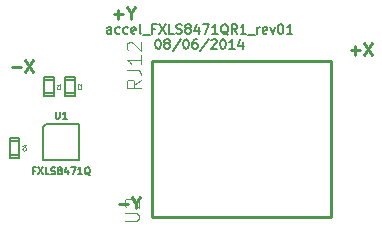
<source format=gto>
G04 (created by PCBNEW (2013-07-07 BZR 4022)-stable) date 8/8/2014 4:48:50 PM*
%MOIN*%
G04 Gerber Fmt 3.4, Leading zero omitted, Abs format*
%FSLAX34Y34*%
G01*
G70*
G90*
G04 APERTURE LIST*
%ADD10C,0.00590551*%
%ADD11C,0.00984252*%
%ADD12C,0.0059*%
%ADD13C,0.01*%
%ADD14C,0.005*%
%ADD15C,0.0039*%
%ADD16C,0.0019685*%
G04 APERTURE END LIST*
G54D10*
G54D11*
X53481Y-40422D02*
X53781Y-40422D01*
X53931Y-40179D02*
X54193Y-40572D01*
X54193Y-40179D02*
X53931Y-40572D01*
X57063Y-44970D02*
X57363Y-44970D01*
X57625Y-44932D02*
X57625Y-45119D01*
X57494Y-44726D02*
X57625Y-44932D01*
X57756Y-44726D01*
X64780Y-39851D02*
X65080Y-39851D01*
X64930Y-40001D02*
X64930Y-39701D01*
X65230Y-39608D02*
X65493Y-40001D01*
X65493Y-39608D02*
X65230Y-40001D01*
X56886Y-38651D02*
X57185Y-38651D01*
X57035Y-38801D02*
X57035Y-38501D01*
X57448Y-38613D02*
X57448Y-38801D01*
X57317Y-38407D02*
X57448Y-38613D01*
X57579Y-38407D01*
G54D10*
X56796Y-39300D02*
X56796Y-39135D01*
X56781Y-39105D01*
X56751Y-39090D01*
X56691Y-39090D01*
X56661Y-39105D01*
X56796Y-39285D02*
X56766Y-39300D01*
X56691Y-39300D01*
X56661Y-39285D01*
X56646Y-39255D01*
X56646Y-39225D01*
X56661Y-39195D01*
X56691Y-39180D01*
X56766Y-39180D01*
X56796Y-39165D01*
X57081Y-39285D02*
X57051Y-39300D01*
X56991Y-39300D01*
X56961Y-39285D01*
X56946Y-39270D01*
X56931Y-39240D01*
X56931Y-39150D01*
X56946Y-39120D01*
X56961Y-39105D01*
X56991Y-39090D01*
X57051Y-39090D01*
X57081Y-39105D01*
X57351Y-39285D02*
X57321Y-39300D01*
X57261Y-39300D01*
X57231Y-39285D01*
X57216Y-39270D01*
X57201Y-39240D01*
X57201Y-39150D01*
X57216Y-39120D01*
X57231Y-39105D01*
X57261Y-39090D01*
X57321Y-39090D01*
X57351Y-39105D01*
X57606Y-39285D02*
X57576Y-39300D01*
X57516Y-39300D01*
X57486Y-39285D01*
X57471Y-39255D01*
X57471Y-39135D01*
X57486Y-39105D01*
X57516Y-39090D01*
X57576Y-39090D01*
X57606Y-39105D01*
X57621Y-39135D01*
X57621Y-39165D01*
X57471Y-39195D01*
X57801Y-39300D02*
X57771Y-39285D01*
X57756Y-39255D01*
X57756Y-38985D01*
X57846Y-39330D02*
X58086Y-39330D01*
X58266Y-39135D02*
X58161Y-39135D01*
X58161Y-39300D02*
X58161Y-38985D01*
X58311Y-38985D01*
X58401Y-38985D02*
X58611Y-39300D01*
X58611Y-38985D02*
X58401Y-39300D01*
X58881Y-39300D02*
X58731Y-39300D01*
X58731Y-38985D01*
X58971Y-39285D02*
X59016Y-39300D01*
X59091Y-39300D01*
X59121Y-39285D01*
X59136Y-39270D01*
X59151Y-39240D01*
X59151Y-39210D01*
X59136Y-39180D01*
X59121Y-39165D01*
X59091Y-39150D01*
X59031Y-39135D01*
X59001Y-39120D01*
X58986Y-39105D01*
X58971Y-39075D01*
X58971Y-39045D01*
X58986Y-39015D01*
X59001Y-39000D01*
X59031Y-38985D01*
X59106Y-38985D01*
X59151Y-39000D01*
X59331Y-39120D02*
X59301Y-39105D01*
X59286Y-39090D01*
X59271Y-39060D01*
X59271Y-39045D01*
X59286Y-39015D01*
X59301Y-39000D01*
X59331Y-38985D01*
X59391Y-38985D01*
X59421Y-39000D01*
X59436Y-39015D01*
X59451Y-39045D01*
X59451Y-39060D01*
X59436Y-39090D01*
X59421Y-39105D01*
X59391Y-39120D01*
X59331Y-39120D01*
X59301Y-39135D01*
X59286Y-39150D01*
X59271Y-39180D01*
X59271Y-39240D01*
X59286Y-39270D01*
X59301Y-39285D01*
X59331Y-39300D01*
X59391Y-39300D01*
X59421Y-39285D01*
X59436Y-39270D01*
X59451Y-39240D01*
X59451Y-39180D01*
X59436Y-39150D01*
X59421Y-39135D01*
X59391Y-39120D01*
X59721Y-39090D02*
X59721Y-39300D01*
X59646Y-38970D02*
X59571Y-39195D01*
X59766Y-39195D01*
X59856Y-38985D02*
X60066Y-38985D01*
X59931Y-39300D01*
X60351Y-39300D02*
X60171Y-39300D01*
X60261Y-39300D02*
X60261Y-38985D01*
X60231Y-39030D01*
X60201Y-39060D01*
X60171Y-39075D01*
X60696Y-39330D02*
X60666Y-39315D01*
X60636Y-39285D01*
X60591Y-39240D01*
X60561Y-39225D01*
X60531Y-39225D01*
X60546Y-39300D02*
X60516Y-39285D01*
X60486Y-39255D01*
X60471Y-39195D01*
X60471Y-39090D01*
X60486Y-39030D01*
X60516Y-39000D01*
X60546Y-38985D01*
X60606Y-38985D01*
X60636Y-39000D01*
X60666Y-39030D01*
X60681Y-39090D01*
X60681Y-39195D01*
X60666Y-39255D01*
X60636Y-39285D01*
X60606Y-39300D01*
X60546Y-39300D01*
X60996Y-39300D02*
X60891Y-39150D01*
X60816Y-39300D02*
X60816Y-38985D01*
X60936Y-38985D01*
X60966Y-39000D01*
X60981Y-39015D01*
X60996Y-39045D01*
X60996Y-39090D01*
X60981Y-39120D01*
X60966Y-39135D01*
X60936Y-39150D01*
X60816Y-39150D01*
X61296Y-39300D02*
X61116Y-39300D01*
X61206Y-39300D02*
X61206Y-38985D01*
X61176Y-39030D01*
X61146Y-39060D01*
X61116Y-39075D01*
X61356Y-39330D02*
X61596Y-39330D01*
X61671Y-39300D02*
X61671Y-39090D01*
X61671Y-39150D02*
X61686Y-39120D01*
X61701Y-39105D01*
X61731Y-39090D01*
X61761Y-39090D01*
X61986Y-39285D02*
X61956Y-39300D01*
X61896Y-39300D01*
X61866Y-39285D01*
X61851Y-39255D01*
X61851Y-39135D01*
X61866Y-39105D01*
X61896Y-39090D01*
X61956Y-39090D01*
X61986Y-39105D01*
X62001Y-39135D01*
X62001Y-39165D01*
X61851Y-39195D01*
X62106Y-39090D02*
X62181Y-39300D01*
X62256Y-39090D01*
X62436Y-38985D02*
X62466Y-38985D01*
X62496Y-39000D01*
X62511Y-39015D01*
X62526Y-39045D01*
X62541Y-39105D01*
X62541Y-39180D01*
X62526Y-39240D01*
X62511Y-39270D01*
X62496Y-39285D01*
X62466Y-39300D01*
X62436Y-39300D01*
X62406Y-39285D01*
X62391Y-39270D01*
X62376Y-39240D01*
X62361Y-39180D01*
X62361Y-39105D01*
X62376Y-39045D01*
X62391Y-39015D01*
X62406Y-39000D01*
X62436Y-38985D01*
X62841Y-39300D02*
X62661Y-39300D01*
X62751Y-39300D02*
X62751Y-38985D01*
X62721Y-39030D01*
X62691Y-39060D01*
X62661Y-39075D01*
X58349Y-39485D02*
X58379Y-39485D01*
X58409Y-39500D01*
X58424Y-39515D01*
X58439Y-39545D01*
X58454Y-39605D01*
X58454Y-39680D01*
X58439Y-39740D01*
X58424Y-39770D01*
X58409Y-39785D01*
X58379Y-39800D01*
X58349Y-39800D01*
X58319Y-39785D01*
X58304Y-39770D01*
X58289Y-39740D01*
X58274Y-39680D01*
X58274Y-39605D01*
X58289Y-39545D01*
X58304Y-39515D01*
X58319Y-39500D01*
X58349Y-39485D01*
X58634Y-39620D02*
X58604Y-39605D01*
X58589Y-39590D01*
X58574Y-39560D01*
X58574Y-39545D01*
X58589Y-39515D01*
X58604Y-39500D01*
X58634Y-39485D01*
X58694Y-39485D01*
X58724Y-39500D01*
X58739Y-39515D01*
X58754Y-39545D01*
X58754Y-39560D01*
X58739Y-39590D01*
X58724Y-39605D01*
X58694Y-39620D01*
X58634Y-39620D01*
X58604Y-39635D01*
X58589Y-39650D01*
X58574Y-39680D01*
X58574Y-39740D01*
X58589Y-39770D01*
X58604Y-39785D01*
X58634Y-39800D01*
X58694Y-39800D01*
X58724Y-39785D01*
X58739Y-39770D01*
X58754Y-39740D01*
X58754Y-39680D01*
X58739Y-39650D01*
X58724Y-39635D01*
X58694Y-39620D01*
X59114Y-39470D02*
X58844Y-39875D01*
X59279Y-39485D02*
X59309Y-39485D01*
X59339Y-39500D01*
X59354Y-39515D01*
X59369Y-39545D01*
X59384Y-39605D01*
X59384Y-39680D01*
X59369Y-39740D01*
X59354Y-39770D01*
X59339Y-39785D01*
X59309Y-39800D01*
X59279Y-39800D01*
X59249Y-39785D01*
X59234Y-39770D01*
X59219Y-39740D01*
X59204Y-39680D01*
X59204Y-39605D01*
X59219Y-39545D01*
X59234Y-39515D01*
X59249Y-39500D01*
X59279Y-39485D01*
X59654Y-39485D02*
X59594Y-39485D01*
X59564Y-39500D01*
X59549Y-39515D01*
X59519Y-39560D01*
X59504Y-39620D01*
X59504Y-39740D01*
X59519Y-39770D01*
X59534Y-39785D01*
X59564Y-39800D01*
X59624Y-39800D01*
X59654Y-39785D01*
X59669Y-39770D01*
X59684Y-39740D01*
X59684Y-39665D01*
X59669Y-39635D01*
X59654Y-39620D01*
X59624Y-39605D01*
X59564Y-39605D01*
X59534Y-39620D01*
X59519Y-39635D01*
X59504Y-39665D01*
X60044Y-39470D02*
X59774Y-39875D01*
X60134Y-39515D02*
X60149Y-39500D01*
X60179Y-39485D01*
X60254Y-39485D01*
X60284Y-39500D01*
X60299Y-39515D01*
X60314Y-39545D01*
X60314Y-39575D01*
X60299Y-39620D01*
X60119Y-39800D01*
X60314Y-39800D01*
X60508Y-39485D02*
X60538Y-39485D01*
X60568Y-39500D01*
X60583Y-39515D01*
X60598Y-39545D01*
X60613Y-39605D01*
X60613Y-39680D01*
X60598Y-39740D01*
X60583Y-39770D01*
X60568Y-39785D01*
X60538Y-39800D01*
X60508Y-39800D01*
X60479Y-39785D01*
X60464Y-39770D01*
X60449Y-39740D01*
X60434Y-39680D01*
X60434Y-39605D01*
X60449Y-39545D01*
X60464Y-39515D01*
X60479Y-39500D01*
X60508Y-39485D01*
X60913Y-39800D02*
X60733Y-39800D01*
X60823Y-39800D02*
X60823Y-39485D01*
X60793Y-39530D01*
X60763Y-39560D01*
X60733Y-39575D01*
X61183Y-39590D02*
X61183Y-39800D01*
X61108Y-39470D02*
X61033Y-39695D01*
X61228Y-39695D01*
G54D12*
X54616Y-42322D02*
X55718Y-42322D01*
X54537Y-42401D02*
X54537Y-43503D01*
X54616Y-42322D02*
X54537Y-42401D01*
X55718Y-43503D02*
X54537Y-43503D01*
X55718Y-42322D02*
X55718Y-43503D01*
G54D13*
X64110Y-40194D02*
X64110Y-45395D01*
X64110Y-45395D02*
X58173Y-45395D01*
X58173Y-45395D02*
X58173Y-40194D01*
X58173Y-40194D02*
X64110Y-40194D01*
G54D14*
X53422Y-43330D02*
X53742Y-43330D01*
X53732Y-42890D02*
X53422Y-42890D01*
X53742Y-42790D02*
X53742Y-43430D01*
X53742Y-43430D02*
X53422Y-43430D01*
X53422Y-43430D02*
X53422Y-42790D01*
X53422Y-42790D02*
X53742Y-42790D01*
X55273Y-41282D02*
X55593Y-41282D01*
X55583Y-40842D02*
X55273Y-40842D01*
X55593Y-40742D02*
X55593Y-41382D01*
X55593Y-41382D02*
X55273Y-41382D01*
X55273Y-41382D02*
X55273Y-40742D01*
X55273Y-40742D02*
X55593Y-40742D01*
X54564Y-41282D02*
X54884Y-41282D01*
X54874Y-40842D02*
X54564Y-40842D01*
X54884Y-40742D02*
X54884Y-41382D01*
X54884Y-41382D02*
X54564Y-41382D01*
X54564Y-41382D02*
X54564Y-40742D01*
X54564Y-40742D02*
X54884Y-40742D01*
G54D10*
X54947Y-41898D02*
X54947Y-42089D01*
X54959Y-42112D01*
X54970Y-42123D01*
X54992Y-42134D01*
X55037Y-42134D01*
X55060Y-42123D01*
X55071Y-42112D01*
X55082Y-42089D01*
X55082Y-41898D01*
X55319Y-42134D02*
X55184Y-42134D01*
X55251Y-42134D02*
X55251Y-41898D01*
X55229Y-41932D01*
X55206Y-41955D01*
X55184Y-41966D01*
X54267Y-43865D02*
X54188Y-43865D01*
X54188Y-43989D02*
X54188Y-43753D01*
X54301Y-43753D01*
X54368Y-43753D02*
X54526Y-43989D01*
X54526Y-43753D02*
X54368Y-43989D01*
X54728Y-43989D02*
X54616Y-43989D01*
X54616Y-43753D01*
X54796Y-43978D02*
X54829Y-43989D01*
X54886Y-43989D01*
X54908Y-43978D01*
X54919Y-43966D01*
X54931Y-43944D01*
X54931Y-43921D01*
X54919Y-43899D01*
X54908Y-43888D01*
X54886Y-43876D01*
X54841Y-43865D01*
X54818Y-43854D01*
X54807Y-43843D01*
X54796Y-43820D01*
X54796Y-43798D01*
X54807Y-43775D01*
X54818Y-43764D01*
X54841Y-43753D01*
X54897Y-43753D01*
X54931Y-43764D01*
X55066Y-43854D02*
X55043Y-43843D01*
X55032Y-43831D01*
X55021Y-43809D01*
X55021Y-43798D01*
X55032Y-43775D01*
X55043Y-43764D01*
X55066Y-43753D01*
X55111Y-43753D01*
X55133Y-43764D01*
X55144Y-43775D01*
X55156Y-43798D01*
X55156Y-43809D01*
X55144Y-43831D01*
X55133Y-43843D01*
X55111Y-43854D01*
X55066Y-43854D01*
X55043Y-43865D01*
X55032Y-43876D01*
X55021Y-43899D01*
X55021Y-43944D01*
X55032Y-43966D01*
X55043Y-43978D01*
X55066Y-43989D01*
X55111Y-43989D01*
X55133Y-43978D01*
X55144Y-43966D01*
X55156Y-43944D01*
X55156Y-43899D01*
X55144Y-43876D01*
X55133Y-43865D01*
X55111Y-43854D01*
X55358Y-43831D02*
X55358Y-43989D01*
X55302Y-43741D02*
X55246Y-43910D01*
X55392Y-43910D01*
X55459Y-43753D02*
X55617Y-43753D01*
X55516Y-43989D01*
X55830Y-43989D02*
X55696Y-43989D01*
X55763Y-43989D02*
X55763Y-43753D01*
X55741Y-43786D01*
X55718Y-43809D01*
X55696Y-43820D01*
X56089Y-44011D02*
X56067Y-44000D01*
X56044Y-43978D01*
X56010Y-43944D01*
X55988Y-43933D01*
X55965Y-43933D01*
X55977Y-43989D02*
X55954Y-43978D01*
X55932Y-43955D01*
X55920Y-43910D01*
X55920Y-43831D01*
X55932Y-43786D01*
X55954Y-43764D01*
X55977Y-43753D01*
X56022Y-43753D01*
X56044Y-43764D01*
X56067Y-43786D01*
X56078Y-43831D01*
X56078Y-43910D01*
X56067Y-43955D01*
X56044Y-43978D01*
X56022Y-43989D01*
X55977Y-43989D01*
G54D15*
X57250Y-45541D02*
X57632Y-45541D01*
X57677Y-45518D01*
X57700Y-45496D01*
X57722Y-45451D01*
X57722Y-45361D01*
X57700Y-45316D01*
X57677Y-45293D01*
X57632Y-45271D01*
X57250Y-45271D01*
X57295Y-45068D02*
X57272Y-45046D01*
X57250Y-45001D01*
X57250Y-44888D01*
X57272Y-44843D01*
X57295Y-44821D01*
X57340Y-44798D01*
X57385Y-44798D01*
X57452Y-44821D01*
X57722Y-45091D01*
X57722Y-44798D01*
X57793Y-40834D02*
X57568Y-40991D01*
X57793Y-41104D02*
X57321Y-41104D01*
X57321Y-40924D01*
X57343Y-40879D01*
X57366Y-40856D01*
X57411Y-40834D01*
X57478Y-40834D01*
X57523Y-40856D01*
X57546Y-40879D01*
X57568Y-40924D01*
X57568Y-41104D01*
X57321Y-40496D02*
X57658Y-40496D01*
X57726Y-40519D01*
X57771Y-40564D01*
X57793Y-40631D01*
X57793Y-40676D01*
X57793Y-40024D02*
X57793Y-40294D01*
X57793Y-40159D02*
X57321Y-40159D01*
X57388Y-40204D01*
X57433Y-40249D01*
X57456Y-40294D01*
X57366Y-39844D02*
X57343Y-39821D01*
X57321Y-39776D01*
X57321Y-39664D01*
X57343Y-39619D01*
X57366Y-39596D01*
X57411Y-39574D01*
X57456Y-39574D01*
X57523Y-39596D01*
X57793Y-39866D01*
X57793Y-39574D01*
G54D16*
X53946Y-43122D02*
X53951Y-43127D01*
X53957Y-43144D01*
X53957Y-43155D01*
X53951Y-43172D01*
X53940Y-43183D01*
X53929Y-43189D01*
X53906Y-43195D01*
X53889Y-43195D01*
X53867Y-43189D01*
X53856Y-43183D01*
X53844Y-43172D01*
X53839Y-43155D01*
X53839Y-43144D01*
X53844Y-43127D01*
X53850Y-43122D01*
X53878Y-43020D02*
X53957Y-43020D01*
X53833Y-43048D02*
X53917Y-43077D01*
X53917Y-43003D01*
X55796Y-41074D02*
X55802Y-41080D01*
X55807Y-41097D01*
X55807Y-41108D01*
X55802Y-41125D01*
X55790Y-41136D01*
X55779Y-41142D01*
X55757Y-41147D01*
X55740Y-41147D01*
X55717Y-41142D01*
X55706Y-41136D01*
X55695Y-41125D01*
X55689Y-41108D01*
X55689Y-41097D01*
X55695Y-41080D01*
X55700Y-41074D01*
X55700Y-41029D02*
X55695Y-41024D01*
X55689Y-41012D01*
X55689Y-40984D01*
X55695Y-40973D01*
X55700Y-40967D01*
X55712Y-40962D01*
X55723Y-40962D01*
X55740Y-40967D01*
X55807Y-41035D01*
X55807Y-40962D01*
X55087Y-41074D02*
X55093Y-41080D01*
X55098Y-41097D01*
X55098Y-41108D01*
X55093Y-41125D01*
X55082Y-41136D01*
X55070Y-41142D01*
X55048Y-41147D01*
X55031Y-41147D01*
X55008Y-41142D01*
X54997Y-41136D01*
X54986Y-41125D01*
X54980Y-41108D01*
X54980Y-41097D01*
X54986Y-41080D01*
X54992Y-41074D01*
X55098Y-40962D02*
X55098Y-41029D01*
X55098Y-40996D02*
X54980Y-40996D01*
X54997Y-41007D01*
X55008Y-41018D01*
X55014Y-41029D01*
M02*

</source>
